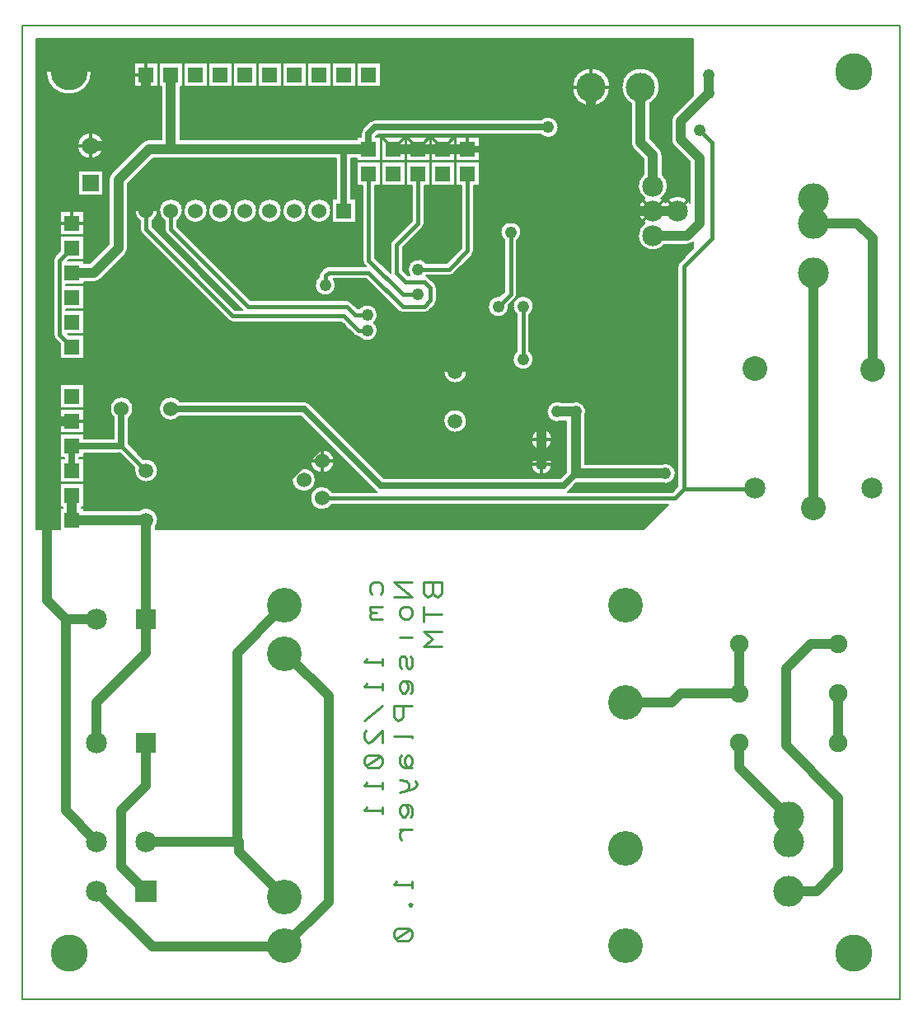
<source format=gbr>
%FSLAX23Y23*%
%MOIN*%
G04 EasyPC Gerber Version 14.0.2 Build 2922 *
%ADD15R,0.06000X0.06000*%
%ADD108R,0.06000X0.06000*%
%ADD87R,0.06500X0.06500*%
%ADD117R,0.08000X0.08000*%
%ADD116R,0.08500X0.08500*%
%ADD24C,0.00500*%
%ADD13C,0.01000*%
%ADD20C,0.01200*%
%ADD14C,0.01500*%
%ADD71C,0.02500*%
%ADD70C,0.04000*%
%ADD19C,0.04800*%
%ADD115C,0.05984*%
%ADD16C,0.06000*%
%ADD125C,0.07000*%
%ADD122C,0.07500*%
%ADD112C,0.08500*%
%ADD23C,0.10000*%
%ADD126C,0.11811*%
%ADD113C,0.12500*%
%ADD72C,0.14000*%
%ADD78C,0.15000*%
X0Y0D02*
D02*
D13*
X1979Y1640D02*
X1973Y1653D01*
Y1671*
X1979Y1684*
X1991Y1690*
X2004*
X2017Y1684*
X2023Y1671*
Y1653*
X2017Y1640*
X2023Y1590D02*
X1973D01*
X1979D02*
X1973Y1584D01*
Y1571*
X1979Y1565*
X1998*
X1979D02*
X1973Y1559D01*
Y1546*
X1979Y1540*
X2023*
Y1378D02*
Y1353D01*
Y1365D02*
X1948D01*
X1960Y1378*
X2023Y1278D02*
Y1252D01*
Y1265D02*
X1948D01*
X1960Y1278*
X2023Y1190D02*
X1948Y1127D01*
X2023Y1040D02*
Y1090D01*
X1979Y1046*
X1966Y1040*
X1954Y1046*
X1948Y1059*
Y1077*
X1954Y1090*
X2017Y984D02*
X2023Y971D01*
Y959*
X2017Y946*
X2004Y940*
X1966*
X1954Y946*
X1948Y959*
Y971*
X1954Y984*
X1966Y990*
X2004*
X2017Y984*
X1954Y946*
X2023Y877D02*
Y853D01*
Y865D02*
X1948D01*
X1960Y877*
X2023Y778D02*
Y753D01*
Y765D02*
X1948D01*
X1960Y778*
X2143Y1690D02*
X2068D01*
X2143Y1628*
X2068*
X2124Y1590D02*
X2137Y1584D01*
X2143Y1571*
Y1559*
X2137Y1546*
X2124Y1540*
X2112*
X2099Y1546*
X2093Y1559*
Y1571*
X2099Y1584*
X2112Y1590*
X2124*
X2143Y1465D02*
X2093D01*
X2074D02*
X2137Y1390*
X2143Y1378D01*
Y1353*
X2137Y1340*
X2124*
X2118Y1353*
Y1378*
X2112Y1390*
X2099*
X2093Y1378*
Y1353*
X2099Y1340*
X2137Y1240D02*
X2143Y1246D01*
Y1259*
Y1271*
X2137Y1284*
X2124Y1290*
X2105*
X2099Y1284*
X2093Y1271*
Y1259*
X2099Y1246*
X2105Y1240*
X2112*
X2118Y1246*
X2124Y1259*
Y1271*
X2118Y1284*
X2112Y1290*
X2143Y1190D02*
X2068D01*
Y1146*
X2074Y1134*
X2087Y1127*
X2099Y1134*
X2105Y1146*
Y1190*
X2143Y1059D02*
Y1065D01*
X2068*
X2099Y990D02*
X2093Y978D01*
Y959*
X2099Y946*
X2112Y940*
X2130*
X2137Y946*
X2143Y959*
Y971*
X2137Y984*
X2130Y990*
X2124*
X2118Y984*
X2112Y971*
Y959*
X2118Y946*
X2124Y940*
X2130D02*
X2143D01*
X2093Y890D02*
X2118Y884D01*
X2130Y871*
Y859*
X2118Y846*
X2093Y840*
X2118Y846D02*
X2143Y853D01*
X2155Y859*
X2162Y871*
X2155Y884*
X2137Y740D02*
X2143Y746D01*
Y759*
Y771*
X2137Y784*
X2124Y790*
X2105*
X2099Y784*
X2093Y771*
Y759*
X2099Y746*
X2105Y740*
X2112*
X2118Y746*
X2124Y759*
Y771*
X2118Y784*
X2112Y790*
X2143Y690D02*
X2093D01*
X2112D02*
X2099Y684D01*
X2093Y671*
Y659*
X2099Y646*
X2143Y477D02*
Y453D01*
Y465D02*
X2068D01*
X2080Y477*
X2143Y384D02*
X2137Y378D01*
X2130Y384*
X2137Y390*
X2143Y384*
X2137Y284D02*
X2143Y271D01*
Y259*
X2137Y246*
X2124Y240*
X2087*
X2074Y246*
X2068Y259*
Y271*
X2074Y284*
X2087Y290*
X2124*
X2137Y284*
X2074Y246*
X2225Y1646D02*
X2232Y1634D01*
X2244Y1628*
X2257Y1634*
X2263Y1646*
Y1690*
X2188*
Y1646*
X2194Y1634*
X2207Y1628*
X2219Y1634*
X2225Y1646*
Y1690*
X2263Y1559D02*
X2188D01*
Y1590D02*
Y1528D01*
X2263Y1490D02*
X2188D01*
X2225Y1459*
X2188Y1428*
X2263*
D02*
D14*
X766Y2640D02*
X717Y2690D01*
Y2990*
X766Y3040*
X1067Y2140D02*
X967Y2240D01*
X1779Y2028D02*
X3204D01*
X3242Y2065*
X1962Y2705D02*
X1927D01*
X1866Y2765*
X1417*
X1067Y3115*
Y3190*
X1962Y2770D02*
X1911D01*
X1879Y2803*
X1479*
X1167Y3115*
Y3190*
X1966Y3340D02*
Y2990D01*
X2104Y2853*
X2167*
X2154Y2665D02*
Y2240D01*
X2167Y3340D02*
Y3140D01*
X2079Y3053*
Y2940*
X2117Y2903*
X2192*
X2217Y2878*
Y2828*
X2192Y2803*
X2104*
X1966Y2940*
X1804*
X1791Y2928*
Y2890*
X2367Y3340D02*
Y3028D01*
X2292Y2953*
X2167*
X2542Y3103D02*
Y2853D01*
X2492Y2803*
X2592D02*
Y2590D01*
X3242Y2065D02*
X3527D01*
X3530Y2069*
X3304Y3515D02*
X3354Y3465D01*
Y3078*
X3242Y2965*
Y2065*
D02*
D15*
X766Y1940D03*
Y2040D03*
Y2140D03*
Y2240D03*
Y2340D03*
Y2440D03*
Y2640D03*
Y2740D03*
Y2840D03*
Y2940D03*
Y3040D03*
Y3140D03*
X1866Y3190D03*
X1966Y3340D03*
Y3440D03*
X2067Y3340D03*
Y3440D03*
X2167Y3340D03*
Y3440D03*
X2267Y3340D03*
Y3440D03*
X2367Y3340D03*
Y3440D03*
D02*
D16*
X967Y2390D03*
X1067Y3190D03*
X1167Y2390D03*
Y3190D03*
X1267D03*
X1367D03*
X1466D03*
X1566D03*
X1666D03*
X1704Y2103D03*
X1766Y3190D03*
X1779Y2028D03*
Y2178D03*
D02*
D19*
X1067Y2840D03*
X1167Y2515D03*
Y2640D03*
Y2840D03*
X1304Y2165D03*
X1466Y1978D03*
X1566D03*
X1779Y2465D03*
X1791Y2890D03*
X1854Y2715D03*
Y2890D03*
X1962Y2705D03*
Y2770D03*
X2154Y2240D03*
Y2665D03*
X2167Y2853D03*
Y2953D03*
Y3740D03*
X2267D03*
X2354Y1978D03*
X2442Y3153D03*
X2454Y1978D03*
X2479Y2615D03*
X2492Y2803D03*
X2542Y3103D03*
X2592Y2590D03*
Y2803D03*
X2617Y2503D03*
X2667Y2165D03*
Y2265D03*
X2692Y3528D03*
X2729Y2378D03*
X2804D03*
X2854Y2503D03*
X2892Y3240D03*
Y3440D03*
X2929Y2765D03*
Y3053D03*
X3167Y2128D03*
X3304Y3515D03*
X3342Y3665D03*
Y3740D03*
D02*
D70*
X766Y2040D02*
Y1940D01*
Y2340D02*
X667D01*
Y1615*
X742Y1540*
X867*
X766Y2940D02*
X854D01*
X954Y3040*
Y3315*
X1079Y3440*
X1167*
X867Y440D02*
X1092Y215D01*
X1592*
X1595Y218*
X1626*
X867Y640D02*
X742Y765D01*
Y1540*
X867*
X1067Y640D02*
X1441D01*
X1067Y1040D02*
Y865D01*
X967Y765*
Y540*
X1067Y440*
Y1540D02*
Y1403D01*
X867Y1202*
Y1040*
X1067Y1940D02*
X766D01*
X1067D02*
Y1540D01*
Y2840D02*
X1167D01*
X1067Y3740D02*
Y3565D01*
X954Y3453*
X842*
X1167Y2515D02*
Y2640D01*
Y3440D02*
Y3740D01*
X1441Y640D02*
Y600D01*
X1626Y415*
X1466Y1978D02*
X1566D01*
X1626Y1399D02*
X1641D01*
Y1390*
X1804Y1228*
Y396*
X1626Y218*
Y1596D02*
Y1578D01*
X1610*
X1435Y1403*
Y640*
X1441*
X1966Y3440D02*
X1167D01*
X2067D02*
X2367D01*
X2354Y1978D02*
X2454D01*
X2617Y2503D02*
X2854D01*
X2667Y2165D02*
Y2340D01*
X2617Y2390*
Y2503*
X2804Y2128D02*
Y2378D01*
X2729*
X2892Y3440D02*
Y3553D01*
X2867Y3578*
Y3690*
X3067D02*
Y3465D01*
X3117Y3415*
Y3290*
Y3190D02*
X3017D01*
X2967Y3240*
X2892*
X3167Y2128D02*
X2804D01*
X3217Y3190D02*
X3117D01*
X3342Y3665D02*
Y3740D01*
Y3665D02*
X3229Y3553D01*
Y3478*
X3304Y3403*
Y3140*
X3254Y3090*
X3117*
X3467Y1040D02*
Y940D01*
X3667Y740*
X3467Y1240D02*
X3229D01*
X3192Y1202*
X3004*
X3467Y1440D02*
Y1240D01*
X3667Y740D02*
Y640D01*
X3767Y2940D02*
Y1990D01*
X3867Y1240D02*
Y1040D01*
Y1440D02*
X3754D01*
X3654Y1340*
Y1028*
X3867Y815*
Y527*
X3779Y440*
X3667*
X4005Y2550D02*
X4004D01*
Y3078*
X3942Y3140*
X3767*
D02*
D71*
X766Y2240D02*
X967D01*
X766D02*
Y2140D01*
X967Y2240D02*
Y2390D01*
X1854Y2890D02*
X1954D01*
X2041Y2803*
Y2615*
X1866Y3190D02*
Y3440D01*
X1966*
X2041Y2615D02*
X1891D01*
X1854Y2653*
Y2715*
X2154Y2665D02*
X2092D01*
Y2615*
X2041*
X2367Y3440D02*
X2417D01*
X2442Y3415*
Y2865*
X2242Y2665*
X2154*
X2692Y3528D02*
X1991D01*
X1966Y3503*
Y3440*
X2804Y2128D02*
X2754Y2078D01*
X2017*
X1704Y2390*
X1167*
X2854Y2503D02*
X2929D01*
Y3053*
D02*
D20*
X743Y2340D02*
X716D01*
X743Y3140D02*
X716D01*
X766Y3164D02*
Y3191D01*
X791Y2340D02*
X818D01*
X791Y3140D02*
X818D01*
X813Y3453D02*
X786D01*
X842Y3424D02*
Y3397D01*
Y3482D02*
Y3509D01*
X871Y3453D02*
X898D01*
X1043Y3740D02*
X1016D01*
X1067Y3716D02*
Y3689D01*
Y3764D02*
Y3791D01*
X1755Y2178D02*
X1728D01*
X1779Y2154D02*
Y2127D01*
Y2202D02*
Y2229D01*
X1803Y2178D02*
X1830D01*
X2041Y3466D02*
X2015Y3491D01*
X2092Y3466D02*
X2118Y3491D01*
X2141Y3466D02*
X2116Y3491D01*
X2192Y3466D02*
X2217Y3491D01*
X2241Y3466D02*
X2216Y3491D01*
X2292Y3466D02*
X2317Y3491D01*
X2367Y3464D02*
Y3491D01*
X2391Y3440D02*
X2418D01*
X2649Y2165D02*
X2622D01*
X2649Y2265D02*
X2622D01*
X2667Y2147D02*
Y2120D01*
Y2183D02*
Y2210D01*
Y2247D02*
Y2220D01*
Y2283D02*
Y2310D01*
X2685Y2165D02*
X2712D01*
X2685Y2265D02*
X2712D01*
X2813Y3690D02*
X2786D01*
X2867Y3637D02*
Y3610D01*
Y3743D02*
Y3770D01*
X2920Y3690D02*
X2947D01*
X3091Y3164D02*
X3072Y3145D01*
X3091Y3216D02*
X3072Y3235D01*
X3142Y3216D02*
X3161Y3235D01*
X3191Y3216D02*
X3172Y3235D01*
X3242Y3216D02*
X3261Y3235D01*
D02*
D23*
X3528Y2551D03*
X3767Y1990D03*
X4005Y2550D03*
D02*
D24*
X622Y1903D02*
X719D01*
Y1988*
X729*
Y1993*
X719*
Y2088*
X814*
Y1993*
X804*
Y1988*
X814*
Y1978*
X1037*
G75*
G02X1104Y1911I29J-38*
G01*
Y1903*
X3079*
X3179Y2003*
X1819*
G75*
G02X1779Y1980I-40J25*
G01*
G75*
G02Y2075J48*
G01*
G75*
G02X1819Y2053J-48*
G01*
X2000*
G75*
G02X1995Y2056I17J25*
G01*
X1692Y2360*
X1203*
G75*
G02X1167Y2342I-37J30*
G01*
G75*
G02Y2438J48*
G01*
G75*
G02X1203Y2420J-48*
G01*
X1704*
G75*
G02X1725Y2411J-30*
G01*
X2029Y2108*
X2742*
X2765Y2131*
G75*
G02X2767Y2139I39J-3*
G01*
Y2340*
X2747*
G75*
G02X2688Y2378I-18J38*
G01*
G75*
G02X2747Y2415I42*
G01*
X2786*
G75*
G02X2842Y2360I18J-38*
G01*
Y2165*
X3149*
G75*
G02X3208Y2128I18J-38*
G01*
G75*
G02X3149Y2090I-42*
G01*
X2815*
G75*
G02X2807Y2088I-11J38*
G01*
X2775Y2056*
G75*
G02X2771Y2053I-21J21*
G01*
X3194*
X3217Y2075*
Y2965*
G75*
G02X3224Y2983I25*
G01*
X3279Y3038*
Y3062*
G75*
G02X3254Y3053I-25J28*
G01*
X3163*
G75*
G02X3057Y3090I-47J38*
G01*
G75*
G02X3083Y3140I60*
G01*
G75*
G02Y3240I33J50*
G01*
G75*
G02X3079Y3337I33J50*
G01*
Y3399*
X3040Y3438*
G75*
G02X3029Y3465I27J27*
G01*
Y3623*
G75*
G02X2990Y3690I38J67*
G01*
G75*
G02X3143I77*
G01*
G75*
G02X3104Y3623I-77*
G01*
Y3481*
X3143Y3442*
G75*
G02X3154Y3415I-27J-27*
G01*
Y3337*
G75*
G02X3150Y3240I-38J-47*
G01*
G75*
G02X3167Y3223I-33J-50*
G01*
G75*
G02X3267I50J-33*
G01*
Y3387*
X3202Y3451*
G75*
G02X3192Y3478I27J27*
G01*
Y3553*
G75*
G02X3202Y3579I38*
G01*
X3279Y3656*
Y3885*
X622*
Y1903*
X662Y3753D02*
G75*
G02X847I93D01*
G01*
G75*
G02X662I-93*
G01*
X719Y2388D02*
X814D01*
Y2293*
X719*
Y2388*
Y2488D02*
X814D01*
Y2393*
X719*
Y2488*
Y2652D02*
X699Y2672D01*
G75*
G02X692Y2690I18J18*
G01*
Y2990*
G75*
G02X699Y3008I25*
G01*
X719Y3028*
Y3088*
X814*
Y2993*
X754*
X749Y2988*
X814*
Y2978*
X838*
X916Y3056*
Y3315*
G75*
G02X927Y3342I38*
G01*
X1052Y3467*
G75*
G02X1079Y3478I27J-27*
G01*
X1129*
Y3693*
X1119*
Y3788*
X1214*
Y3693*
X1204*
Y3478*
X1919*
Y3488*
X1937*
Y3503*
G75*
G02X1945Y3524I30*
G01*
X1970Y3549*
G75*
G02X1991Y3558I21J-21*
G01*
X2663*
G75*
G02X2692Y3569I29J-30*
G01*
G75*
G02Y3486J-42*
G01*
G75*
G02X2663Y3498J42*
G01*
X2004*
X1997Y3490*
Y3488*
X2014*
Y3393*
X1919*
Y3403*
X1897*
Y3238*
X1914*
Y3143*
X1819*
Y3238*
X1837*
Y3403*
X1178*
G75*
G02X1155I-11J38*
G01*
X1095*
X992Y3299*
Y3040*
G75*
G02X981Y3013I-38*
G01*
X881Y2913*
G75*
G02X854Y2903I-27J27*
G01*
X814*
Y2893*
X742*
Y2888*
X814*
Y2793*
X742*
Y2788*
X814*
Y2693*
X749*
X754Y2688*
X814*
Y2593*
X719*
Y2652*
Y3188D02*
X814D01*
Y3093*
X719*
Y3188*
X737Y2188D02*
Y2192D01*
X719*
Y2288*
X814*
Y2270*
X937*
Y2353*
G75*
G02X967Y2438I30J37*
G01*
G75*
G02X997Y2353J-48*
G01*
Y2250*
G75*
G02X998Y2244I-30J-10*
G01*
X1056Y2186*
G75*
G02X1114Y2140I11J-46*
G01*
G75*
G02X1019I-47*
G01*
G75*
G02X1020Y2151I47J0*
G01*
X963Y2209*
G75*
G02X956Y2210I4J31*
G01*
X814*
Y2192*
X797*
Y2188*
X814*
Y2092*
X719*
Y2188*
X737*
X789Y3453D02*
G75*
G02X894I53D01*
G01*
G75*
G02X789I-53*
G01*
X792Y3253D02*
Y3353D01*
X891*
Y3253*
X792*
X1042Y3150D02*
G75*
G02X1019Y3190I25J40D01*
G01*
G75*
G02X1114I48*
G01*
G75*
G02X1092Y3150I-48*
G01*
Y3125*
X1427Y2790*
X1456*
X1149Y3097*
G75*
G02X1142Y3115I18J18*
G01*
Y3150*
G75*
G02X1119Y3190I25J40*
G01*
G75*
G02X1214I48*
G01*
G75*
G02X1192Y3150I-48*
G01*
Y3125*
X1489Y2828*
X1879*
G75*
G02X1897Y2820J-25*
G01*
X1922Y2795*
X1928*
G75*
G02X2003Y2770I33J-25*
G01*
G75*
G02X1987Y2738I-42*
G01*
G75*
G02X2003Y2705I-26J-33*
G01*
G75*
G02X1928Y2680I-42*
G01*
X1927*
G75*
G02X1909Y2687J25*
G01*
X1856Y2740*
X1417*
G75*
G02X1399Y2747J25*
G01*
X1049Y3097*
G75*
G02X1042Y3115I18J18*
G01*
Y3150*
X1114Y3788D02*
Y3693D01*
X1019*
Y3788*
X1114*
X1314Y3190D02*
G75*
G02X1219I-48D01*
G01*
G75*
G02X1314I48*
G01*
Y3788D02*
Y3693D01*
X1219*
Y3788*
X1314*
X1414Y3190D02*
G75*
G02X1319I-48D01*
G01*
G75*
G02X1414I48*
G01*
Y3788D02*
Y3693D01*
X1319*
Y3788*
X1414*
X1514Y3190D02*
G75*
G02X1419I-48D01*
G01*
G75*
G02X1514I48*
G01*
Y3788D02*
Y3693D01*
X1419*
Y3788*
X1514*
X1614Y3190D02*
G75*
G02X1519I-48D01*
G01*
G75*
G02X1614I48*
G01*
Y3788D02*
Y3693D01*
X1519*
Y3788*
X1614*
X1704Y2055D02*
G75*
G02Y2150J48D01*
G01*
G75*
G02Y2055J-48*
G01*
X1714Y3190D02*
G75*
G02X1619I-48D01*
G01*
G75*
G02X1714I48*
G01*
Y3788D02*
Y3693D01*
X1619*
Y3788*
X1714*
X1766Y2923D02*
Y2928D01*
G75*
G02X1774Y2945I25*
G01*
X1786Y2958*
G75*
G02X1804Y2965I18J-18*
G01*
X1956*
X1949Y2972*
G75*
G02X1941Y2990I18J18*
G01*
Y3293*
X1919*
Y3388*
X2014*
Y3293*
X1991*
Y3000*
X2054Y2938*
G75*
G02X2054Y2940I25J2*
G01*
Y3053*
G75*
G02X2061Y3070I25*
G01*
X2142Y3150*
Y3293*
X2119*
Y3388*
X2214*
Y3293*
X2192*
Y3140*
G75*
G02X2184Y3122I-25*
G01*
X2104Y3042*
Y2950*
X2127Y2928*
X2133*
G75*
G02X2125Y2953I33J25*
G01*
G75*
G02X2200Y2978I42*
G01*
X2281*
X2342Y3038*
Y3293*
X2319*
Y3388*
X2414*
Y3293*
X2392*
Y3028*
G75*
G02X2384Y3010I-25*
G01*
X2309Y2935*
G75*
G02X2292Y2928I-18J18*
G01*
X2200*
G75*
G02X2199Y2926I-33J25*
G01*
G75*
G02X2209Y2920I-7J-24*
G01*
X2234Y2895*
G75*
G02X2242Y2878I-18J-18*
G01*
Y2828*
G75*
G02X2234Y2810I-25*
G01*
X2209Y2785*
G75*
G02X2192Y2778I-18J18*
G01*
X2104*
G75*
G02X2086Y2785J25*
G01*
X1956Y2915*
X1825*
G75*
G02X1833Y2890I-33J-25*
G01*
G75*
G02X1750I-42*
G01*
G75*
G02X1766Y2923I42*
G01*
X1779Y2130D02*
G75*
G02Y2225J48D01*
G01*
G75*
G02Y2130J-48*
G01*
X1814Y3190D02*
G75*
G02X1719I-48D01*
G01*
G75*
G02X1814I48*
G01*
Y3788D02*
Y3693D01*
X1719*
Y3788*
X1814*
X1914D02*
Y3693D01*
X1819*
Y3788*
X1914*
X2014D02*
Y3693D01*
X1919*
Y3788*
X2014*
X2019Y3293D02*
Y3388D01*
X2114*
Y3293*
X2019*
Y3393D02*
Y3488D01*
X2114*
Y3393*
X2019*
X2119D02*
Y3488D01*
X2214*
Y3393*
X2119*
X2219Y3293D02*
Y3388D01*
X2314*
Y3293*
X2219*
Y3393D02*
Y3488D01*
X2314*
Y3393*
X2219*
X2269Y2340D02*
G75*
G02X2364I47D01*
G01*
G75*
G02X2269I-47*
G01*
Y2540D02*
G75*
G02X2364I47D01*
G01*
G75*
G02X2269I-47*
G01*
X2319Y3393D02*
Y3488D01*
X2414*
Y3393*
X2319*
X2497Y2844D02*
X2517Y2863D01*
Y3069*
G75*
G02X2500Y3103I25J33*
G01*
G75*
G02X2583I42*
G01*
G75*
G02X2567Y3069I-42*
G01*
Y2853*
G75*
G02X2559Y2835I-25*
G01*
X2533Y2808*
G75*
G02X2533Y2803I-41J-6*
G01*
G75*
G02X2450I-42*
G01*
G75*
G02X2497Y2844I42*
G01*
X2567Y2623D02*
Y2769D01*
G75*
G02X2550Y2803I25J33*
G01*
G75*
G02X2633I42*
G01*
G75*
G02X2617Y2769I-42*
G01*
Y2623*
G75*
G02X2633Y2590I-25J-33*
G01*
G75*
G02X2550I-42*
G01*
G75*
G02X2567Y2623I42*
G01*
X2625Y2165D02*
G75*
G02X2708I42D01*
G01*
G75*
G02X2625I-42*
G01*
Y2265D02*
G75*
G02X2708I42D01*
G01*
G75*
G02X2625I-42*
G01*
X2943Y3690D02*
G75*
G02X2790I-77D01*
G01*
G75*
G02X2943I77*
G01*
X622Y3753D02*
G36*
Y3453D01*
X789*
G75*
G02X894I53*
G01*
X1038*
X1052Y3467*
G75*
G02X1079Y3478I27J-27*
G01*
X1129*
Y3693*
X1119*
Y3753*
X1114*
Y3693*
X1019*
Y3753*
X847*
G75*
G02X662I-93*
G01*
X622*
G37*
X662D02*
G36*
G75*
G02X847I93D01*
G01*
X1019*
Y3788*
X1114*
Y3753*
X1119*
Y3788*
X1214*
Y3753*
X1219*
Y3788*
X1314*
Y3753*
X1319*
Y3788*
X1414*
Y3753*
X1419*
Y3788*
X1514*
Y3753*
X1519*
Y3788*
X1614*
Y3753*
X1619*
Y3788*
X1714*
Y3753*
X1719*
Y3788*
X1814*
Y3753*
X1819*
Y3788*
X1914*
Y3753*
X1919*
Y3788*
X2014*
Y3753*
X2822*
G75*
G02X2911I44J-63*
G01*
X3022*
G75*
G02X3143Y3690I44J-63*
G01*
G75*
G02X3104Y3623I-77*
G01*
Y3481*
X3143Y3442*
G75*
G02X3154Y3415I-27J-27*
G01*
Y3337*
G75*
G02X3150Y3240I-38J-47*
G01*
G75*
G02X3167Y3223I-33J-50*
G01*
G75*
G02X3267I50J-33*
G01*
Y3387*
X3202Y3451*
G75*
G02X3192Y3478I27J27*
G01*
Y3553*
G75*
G02X3202Y3579I38*
G01*
X3279Y3656*
Y3885*
X622*
Y3753*
X662*
G37*
X1214D02*
G36*
Y3693D01*
X1204*
Y3478*
X1919*
Y3488*
X1937*
Y3503*
G75*
G02X1945Y3524I30*
G01*
X1970Y3549*
G75*
G02X1991Y3558I21J-21*
G01*
X2663*
G75*
G02X2692Y3569I29J-30*
G01*
G75*
G02Y3486J-42*
G01*
G75*
G02X2663Y3498J42*
G01*
X2004*
X1997Y3490*
Y3488*
X2014*
Y3453*
X2019*
Y3488*
X2114*
Y3453*
X2119*
Y3488*
X2214*
Y3453*
X2219*
Y3488*
X2314*
Y3453*
X2319*
Y3488*
X2414*
Y3453*
X3031*
G75*
G02X3029Y3465I35J13*
G01*
Y3623*
G75*
G02X2990Y3690I38J67*
G01*
G75*
G02X3022Y3753I77*
G01*
X2911*
G75*
G02X2943Y3690I-44J-63*
G01*
G75*
G02X2790I-77*
G01*
G75*
G02X2822Y3753I77*
G01*
X2014*
Y3693*
X1919*
Y3753*
X1914*
Y3693*
X1819*
Y3753*
X1814*
Y3693*
X1719*
Y3753*
X1714*
Y3693*
X1619*
Y3753*
X1614*
Y3693*
X1519*
Y3753*
X1514*
Y3693*
X1419*
Y3753*
X1414*
Y3693*
X1319*
Y3753*
X1314*
Y3693*
X1219*
Y3753*
X1214*
G37*
X622Y2340D02*
G36*
Y2265D01*
X719*
Y2288*
X814*
Y2270*
X937*
Y2340*
X814*
Y2293*
X719*
Y2340*
X622*
G37*
X719D02*
G36*
Y2388D01*
X814*
Y2340*
X937*
Y2353*
G75*
G02X967Y2438I30J37*
G01*
G75*
G02X997Y2353J-48*
G01*
Y2340*
X1712*
X1692Y2360*
X1203*
G75*
G02X1167Y2342I-37J30*
G01*
G75*
G02Y2438J48*
G01*
G75*
G02X1203Y2420J-48*
G01*
X1704*
G75*
G02X1725Y2411J-30*
G01*
X1796Y2340*
X2269*
G75*
G02X2364I47*
G01*
X2711*
G75*
G02X2688Y2378I18J38*
G01*
G75*
G02X2747Y2415I42*
G01*
X2786*
G75*
G02X2842Y2360I18J-38*
G01*
Y2165*
X3149*
G75*
G02X3208Y2128I18J-38*
G01*
G75*
G02X3149Y2090I-42*
G01*
X2815*
G75*
G02X2807Y2088I-11J38*
G01*
X2775Y2056*
G75*
G02X2771Y2053I-21J21*
G01*
X3194*
X3217Y2075*
Y2440*
X814*
Y2393*
X719*
Y2440*
X622*
Y2340*
X719*
G37*
X997D02*
G36*
Y2265D01*
X1787*
X1712Y2340*
X997*
G37*
X1796D02*
G36*
X1871Y2265D01*
X2625*
G75*
G02X2708I42*
G01*
X2767*
Y2340*
X2747*
G75*
G02X2711I-18J38*
G01*
X2364*
G75*
G02X2269I-47*
G01*
X1796*
G37*
X719Y2440D02*
G36*
Y2488D01*
X814*
Y2440*
X3217*
Y2540*
X2364*
G75*
G02X2269I-47*
G01*
X622*
Y2440*
X719*
G37*
X622Y3140D02*
G36*
Y2696D01*
X692*
Y2990*
G75*
G02X699Y3008I25*
G01*
X719Y3028*
Y3088*
X814*
Y2993*
X754*
X749Y2988*
X814*
Y2978*
X838*
X916Y3056*
Y3140*
X814*
Y3093*
X719*
Y3140*
X622*
G37*
X719D02*
G36*
Y3188D01*
X814*
Y3140*
X916*
Y3190*
X622*
Y3140*
X719*
G37*
X992D02*
G36*
Y3040D01*
G75*
G02X981Y3013I-38*
G01*
X881Y2913*
G75*
G02X854Y2903I-27J27*
G01*
X814*
Y2893*
X742*
Y2888*
X814*
Y2793*
X742*
Y2788*
X814*
Y2696*
X1900*
X1856Y2740*
X1417*
G75*
G02X1399Y2747J25*
G01*
X1049Y3097*
G75*
G02X1042Y3115I18J18*
G01*
Y3140*
X992*
G37*
X1042D02*
G36*
Y3150D01*
G75*
G02X1019Y3190I25J40*
G01*
X992*
Y3140*
X1042*
G37*
X1192D02*
G36*
Y3125D01*
X1489Y2828*
X1879*
G75*
G02X1897Y2820J-25*
G01*
X1922Y2795*
X1928*
G75*
G02X2003Y2770I33J-25*
G01*
G75*
G02X1987Y2738I-42*
G01*
G75*
G02X2003Y2705I-26J-33*
G01*
G75*
G02X2002Y2696I-42*
G01*
X2567*
Y2769*
G75*
G02X2550Y2803I25J33*
G01*
G75*
G02X2633I42*
G01*
G75*
G02X2617Y2769I-42*
G01*
Y2696*
X3217*
Y2965*
G75*
G02X3224Y2983I25*
G01*
X3279Y3038*
Y3062*
G75*
G02X3254Y3053I-25J28*
G01*
X3163*
G75*
G02X3057Y3090I-47J38*
G01*
G75*
G02X3083Y3140I60*
G01*
X2559*
G75*
G02X2583Y3103I-18J-38*
G01*
G75*
G02X2567Y3069I-42*
G01*
Y2853*
G75*
G02X2559Y2835I-25*
G01*
X2533Y2808*
G75*
G02X2533Y2803I-41J-6*
G01*
G75*
G02X2450I-42*
G01*
G75*
G02X2497Y2844I42*
G01*
X2517Y2863*
Y3069*
G75*
G02X2500Y3103I25J33*
G01*
G75*
G02X2524Y3140I42*
G01*
X2392*
Y3028*
G75*
G02X2384Y3010I-25*
G01*
X2309Y2935*
G75*
G02X2292Y2928I-18J18*
G01*
X2200*
G75*
G02X2199Y2926I-33J25*
G01*
G75*
G02X2209Y2920I-7J-24*
G01*
X2234Y2895*
G75*
G02X2242Y2878I-18J-18*
G01*
Y2828*
G75*
G02X2234Y2810I-25*
G01*
X2209Y2785*
G75*
G02X2192Y2778I-18J18*
G01*
X2104*
G75*
G02X2086Y2785J25*
G01*
X1956Y2915*
X1825*
G75*
G02X1833Y2890I-33J-25*
G01*
G75*
G02X1750I-42*
G01*
G75*
G02X1766Y2923I42*
G01*
Y2928*
G75*
G02X1774Y2945I25*
G01*
X1786Y2958*
G75*
G02X1804Y2965I18J-18*
G01*
X1956*
X1949Y2972*
G75*
G02X1941Y2990I18J18*
G01*
Y3140*
X1192*
G37*
X1941D02*
G36*
Y3190D01*
X1914*
Y3143*
X1819*
Y3190*
X1814*
G75*
G02X1719I-48*
G01*
X1714*
G75*
G02X1619I-48*
G01*
X1614*
G75*
G02X1519I-48*
G01*
X1514*
G75*
G02X1419I-48*
G01*
X1414*
G75*
G02X1319I-48*
G01*
X1314*
G75*
G02X1219I-48*
G01*
X1214*
G75*
G02X1192Y3150I-48*
G01*
Y3140*
X1941*
G37*
X2524D02*
G36*
G75*
G02X2559I18J-38D01*
G01*
X3083*
G75*
G02X3057Y3190I33J50*
G01*
X2392*
Y3140*
X2524*
G37*
X622Y3453D02*
G36*
Y3303D01*
X792*
Y3353*
X891*
Y3303*
X916*
Y3315*
G75*
G02X927Y3342I38*
G01*
X1038Y3453*
X894*
G75*
G02X789I-53*
G01*
X622*
G37*
X2014D02*
G36*
Y3393D01*
X1919*
Y3403*
X1897*
Y3303*
X1919*
Y3388*
X2014*
Y3303*
X2019*
Y3388*
X2114*
Y3303*
X2119*
Y3388*
X2214*
Y3303*
X2219*
Y3388*
X2314*
Y3303*
X2319*
Y3388*
X2414*
Y3303*
X3058*
G75*
G02X3079Y3337I59J-13*
G01*
Y3399*
X3040Y3438*
G75*
G02X3031Y3453I27J27*
G01*
X2414*
Y3393*
X2319*
Y3453*
X2314*
Y3393*
X2219*
Y3453*
X2214*
Y3393*
X2119*
Y3453*
X2114*
Y3393*
X2019*
Y3453*
X2014*
G37*
X622Y3303D02*
G36*
Y3190D01*
X916*
Y3303*
X891*
Y3253*
X792*
Y3303*
X622*
G37*
X1897D02*
G36*
Y3238D01*
X1914*
Y3190*
X1941*
Y3293*
X1919*
Y3303*
X1897*
G37*
X2014D02*
G36*
Y3293D01*
X1991*
Y3000*
X2054Y2938*
G75*
G02X2054Y2940I25J2*
G01*
Y3053*
G75*
G02X2061Y3070I25*
G01*
X2142Y3150*
Y3293*
X2119*
Y3303*
X2114*
Y3293*
X2019*
Y3303*
X2014*
G37*
X2214D02*
G36*
Y3293D01*
X2192*
Y3140*
G75*
G02X2184Y3122I-25*
G01*
X2104Y3042*
Y2950*
X2127Y2928*
X2133*
G75*
G02X2125Y2953I33J25*
G01*
G75*
G02X2200Y2978I42*
G01*
X2281*
X2342Y3038*
Y3293*
X2319*
Y3303*
X2314*
Y3293*
X2219*
Y3303*
X2214*
G37*
X2414D02*
G36*
Y3293D01*
X2392*
Y3190*
X3057*
G75*
G02X3083Y3240I60*
G01*
G75*
G02X3058Y3303I33J50*
G01*
X2414*
G37*
X1019Y3190D02*
G36*
G75*
G02X1114I48D01*
G01*
G75*
G02X1092Y3150I-48*
G01*
Y3125*
X1427Y2790*
X1456*
X1149Y3097*
G75*
G02X1142Y3115I18J18*
G01*
Y3150*
G75*
G02X1119Y3190I25J40*
G01*
G75*
G02X1214I48*
G01*
X1219*
G75*
G02X1314I48*
G01*
X1319*
G75*
G02X1414I48*
G01*
X1419*
G75*
G02X1514I48*
G01*
X1519*
G75*
G02X1614I48*
G01*
X1619*
G75*
G02X1714I48*
G01*
X1719*
G75*
G02X1814I48*
G01*
X1819*
Y3238*
X1837*
Y3403*
X1178*
G75*
G02X1155I-11J38*
G01*
X1095*
X992Y3299*
Y3190*
X1019*
G37*
X622Y2103D02*
G36*
Y1903D01*
X719*
Y1988*
X729*
Y1993*
X719*
Y2088*
X814*
Y1993*
X804*
Y1988*
X814*
Y1978*
X1037*
G75*
G02X1104Y1911I29J-38*
G01*
Y1903*
X3079*
X3179Y2003*
X1819*
G75*
G02X1779Y1980I-40J25*
G01*
G75*
G02Y2075J48*
G01*
G75*
G02X1819Y2053J-48*
G01*
X2000*
G75*
G02X1995Y2056I17J25*
G01*
X1949Y2103*
X1752*
G75*
G02X1704Y2055I-48*
G01*
G75*
G02X1657Y2103J48*
G01*
X1096*
G75*
G02X1019Y2140I-29J38*
G01*
G75*
G02X1020Y2151I47J0*
G01*
X963Y2209*
G75*
G02X956Y2210I4J31*
G01*
X814*
Y2192*
X797*
Y2188*
X814*
Y2092*
X719*
Y2103*
X622*
G37*
X719D02*
G36*
Y2178D01*
X622*
Y2103*
X719*
G37*
X1657D02*
G36*
G75*
G02X1704Y2150I48D01*
G01*
G75*
G02X1752Y2103J-48*
G01*
X1949*
X1874Y2178*
X1827*
G75*
G02X1779Y2130I-48*
G01*
G75*
G02X1732Y2178J48*
G01*
X1096*
G75*
G02X1114Y2140I-29J-38*
G01*
G75*
G02X1096Y2103I-47*
G01*
X1657*
G37*
X719Y2178D02*
G36*
Y2188D01*
X737*
Y2192*
X719*
Y2265*
X622*
Y2178*
X719*
G37*
X1732D02*
G36*
G75*
G02X1779Y2225I48D01*
G01*
G75*
G02X1827Y2178J-48*
G01*
X1874*
X1787Y2265*
X997*
Y2250*
G75*
G02X998Y2244I-30J-10*
G01*
X1056Y2186*
G75*
G02X1096Y2178I11J-46*
G01*
X1732*
G37*
X1959D02*
G36*
X2029Y2108D01*
X2742*
X2765Y2131*
G75*
G02X2767Y2139I39J-3*
G01*
Y2178*
X2706*
G75*
G02X2708Y2165I-40J-13*
G01*
G75*
G02X2625I-42*
G01*
G75*
G02X2627Y2178I42J0*
G01*
X1959*
G37*
X2627D02*
G36*
G75*
G02X2706I40J-13D01*
G01*
X2767*
Y2265*
X2708*
G75*
G02X2625I-42*
G01*
X1871*
X1959Y2178*
X2627*
G37*
X2269Y2540D02*
G36*
G75*
G02X2364I47D01*
G01*
X3217*
Y2696*
X2617*
Y2623*
G75*
G02X2633Y2590I-25J-33*
G01*
G75*
G02X2550I-42*
G01*
G75*
G02X2567Y2623I42*
G01*
Y2696*
X2002*
G75*
G02X1928Y2680I-41J9*
G01*
X1927*
G75*
G02X1909Y2687J25*
G01*
X1900Y2696*
X814*
Y2693*
X749*
X754Y2688*
X814*
Y2593*
X719*
Y2652*
X699Y2672*
G75*
G02X692Y2690I18J18*
G01*
Y2696*
X622*
Y2540*
X2269*
G37*
X4117Y3D02*
X567D01*
Y3940*
X4117*
Y3*
D02*
D72*
X1626Y218D03*
Y415D03*
Y1399D03*
Y1596D03*
X3004Y218D03*
Y612D03*
Y1202D03*
Y1596D03*
D02*
D78*
X754Y190D03*
Y3753D03*
X3929Y190D03*
Y3753D03*
D02*
D87*
X842Y3303D03*
D02*
D108*
X1067Y3740D03*
X1167D03*
X1267D03*
X1367D03*
X1466D03*
X1566D03*
X1666D03*
X1766D03*
X1866D03*
X1966D03*
D02*
D112*
X867Y440D03*
Y640D03*
Y1040D03*
Y1540D03*
X1067Y640D03*
X3117Y3090D03*
Y3190D03*
Y3290D03*
X3217Y3190D03*
X3530Y2069D03*
X4003Y2069D03*
D02*
D113*
X3667Y440D03*
Y640D03*
Y740D03*
X3767Y2940D03*
Y3140D03*
Y3240D03*
D02*
D115*
X1067Y1940D03*
Y2140D03*
X2317Y2340D03*
Y2540D03*
D02*
D116*
X1067Y440D03*
D02*
D117*
Y1040D03*
Y1540D03*
D02*
D122*
X3467Y1040D03*
Y1240D03*
Y1440D03*
X3867Y1040D03*
Y1240D03*
Y1440D03*
D02*
D125*
X842Y3453D03*
D02*
D126*
X2867Y3690D03*
X3067D03*
X0Y0D02*
M02*

</source>
